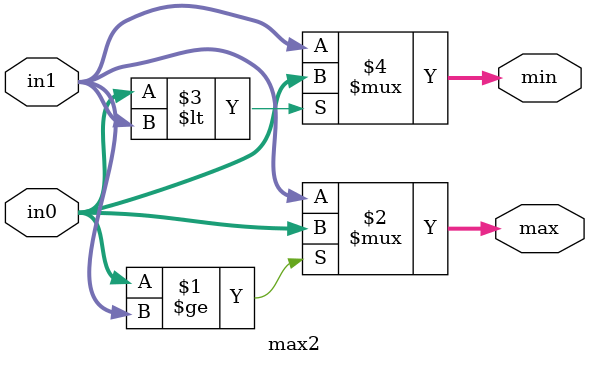
<source format=sv>
module max2(
	input logic [3:0] in0, in1,
	output logic [3:0] max, min
);

assign max = (in0 >= in1) ? in0 : in1;
assign min = (in0 < in1) ? in0 : in1;

endmodule
</source>
